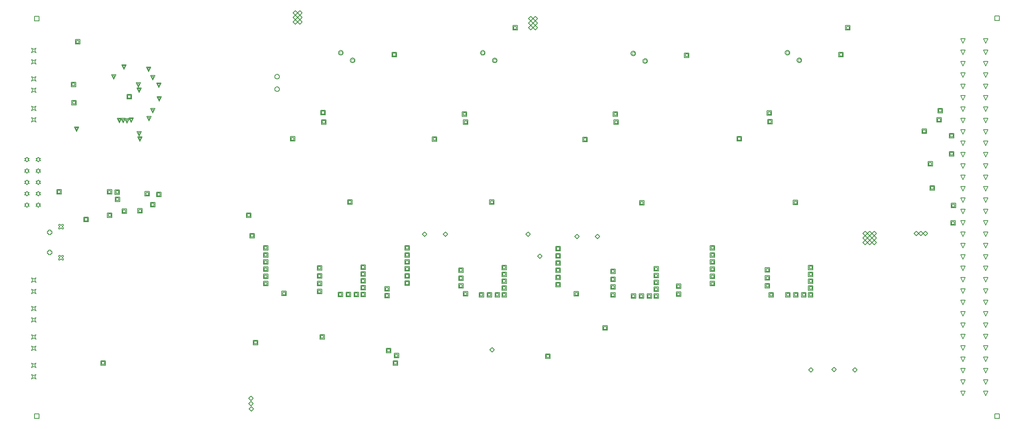
<source format=gbr>
%FSTAX23Y23*%
%MOIN*%
%SFA1B1*%

%IPPOS*%
%ADD83C,0.004000*%
%ADD84C,0.005000*%
%ADD170C,0.006667*%
%LNlv1_drawing_1-1*%
%LPD*%
G54D83*
X07723Y03743D02*
D01*
X07723Y03744*
X07723Y03745*
X07723Y03746*
X07723Y03747*
X07722Y03747*
X07722Y03748*
X07722Y03749*
X07721Y0375*
X07721Y0375*
X0772Y03751*
X0772Y03752*
X07719Y03752*
X07718Y03753*
X07718Y03753*
X07717Y03754*
X07716Y03754*
X07716Y03754*
X07715Y03755*
X07714Y03755*
X07713Y03755*
X07712Y03755*
X07711Y03755*
X07711*
X0771Y03755*
X07709Y03755*
X07708Y03755*
X07707Y03755*
X07707Y03754*
X07706Y03754*
X07705Y03754*
X07704Y03753*
X07704Y03753*
X07703Y03752*
X07702Y03752*
X07702Y03751*
X07701Y0375*
X07701Y0375*
X077Y03749*
X077Y03748*
X077Y03747*
X077Y03747*
X07699Y03746*
X07699Y03745*
X07699Y03744*
X07699Y03743*
X07699Y03742*
X07699Y03742*
X07699Y03741*
X077Y0374*
X077Y03739*
X077Y03738*
X077Y03738*
X07701Y03737*
X07701Y03736*
X07702Y03736*
X07702Y03735*
X07703Y03734*
X07704Y03734*
X07704Y03733*
X07705Y03733*
X07706Y03733*
X07707Y03732*
X07707Y03732*
X07708Y03732*
X07709Y03731*
X0771Y03731*
X07711Y03731*
X07711*
X07712Y03731*
X07713Y03731*
X07714Y03732*
X07715Y03732*
X07716Y03732*
X07716Y03733*
X07717Y03733*
X07718Y03733*
X07718Y03734*
X07719Y03734*
X0772Y03735*
X0772Y03736*
X07721Y03736*
X07721Y03737*
X07722Y03738*
X07722Y03738*
X07722Y03739*
X07723Y0374*
X07723Y03741*
X07723Y03742*
X07723Y03742*
X07723Y03743*
X07619Y0381D02*
D01*
X07619Y03811*
X07619Y03812*
X07619Y03813*
X07619Y03814*
X07618Y03814*
X07618Y03815*
X07618Y03816*
X07617Y03817*
X07617Y03817*
X07616Y03818*
X07616Y03819*
X07615Y03819*
X07614Y0382*
X07614Y0382*
X07613Y03821*
X07612Y03821*
X07612Y03821*
X07611Y03822*
X0761Y03822*
X07609Y03822*
X07608Y03822*
X07607Y03822*
X07607*
X07606Y03822*
X07605Y03822*
X07604Y03822*
X07603Y03822*
X07603Y03821*
X07602Y03821*
X07601Y03821*
X076Y0382*
X076Y0382*
X07599Y03819*
X07598Y03819*
X07598Y03818*
X07597Y03817*
X07597Y03817*
X07596Y03816*
X07596Y03815*
X07596Y03814*
X07596Y03814*
X07595Y03813*
X07595Y03812*
X07595Y03811*
X07595Y0381*
X07595Y03809*
X07595Y03809*
X07595Y03808*
X07596Y03807*
X07596Y03806*
X07596Y03805*
X07596Y03805*
X07597Y03804*
X07597Y03803*
X07598Y03803*
X07598Y03802*
X07599Y03801*
X076Y03801*
X076Y038*
X07601Y038*
X07602Y038*
X07603Y03799*
X07603Y03799*
X07604Y03799*
X07605Y03798*
X07606Y03798*
X07607Y03798*
X07607*
X07608Y03798*
X07609Y03798*
X0761Y03799*
X07611Y03799*
X07612Y03799*
X07612Y038*
X07613Y038*
X07614Y038*
X07614Y03801*
X07615Y03801*
X07616Y03802*
X07616Y03803*
X07617Y03803*
X07617Y03804*
X07618Y03805*
X07618Y03805*
X07618Y03806*
X07619Y03807*
X07619Y03808*
X07619Y03809*
X07619Y03809*
X07619Y0381*
X06367Y03737D02*
D01*
X06367Y03737*
X06367Y03738*
X06367Y03739*
X06367Y0374*
X06366Y03741*
X06366Y03741*
X06366Y03742*
X06365Y03743*
X06365Y03744*
X06364Y03744*
X06364Y03745*
X06363Y03746*
X06363Y03746*
X06362Y03747*
X06361Y03747*
X0636Y03747*
X0636Y03748*
X06359Y03748*
X06358Y03748*
X06357Y03748*
X06356Y03749*
X06356Y03749*
X06355*
X06354Y03749*
X06353Y03748*
X06352Y03748*
X06351Y03748*
X06351Y03748*
X0635Y03747*
X06349Y03747*
X06348Y03747*
X06348Y03746*
X06347Y03746*
X06347Y03745*
X06346Y03744*
X06345Y03744*
X06345Y03743*
X06345Y03742*
X06344Y03741*
X06344Y03741*
X06344Y0374*
X06343Y03739*
X06343Y03738*
X06343Y03737*
X06343Y03737*
X06343Y03736*
X06343Y03735*
X06343Y03734*
X06344Y03733*
X06344Y03732*
X06344Y03732*
X06345Y03731*
X06345Y0373*
X06345Y0373*
X06346Y03729*
X06347Y03728*
X06347Y03728*
X06348Y03727*
X06348Y03727*
X06349Y03726*
X0635Y03726*
X06351Y03725*
X06351Y03725*
X06352Y03725*
X06353Y03725*
X06354Y03725*
X06355Y03725*
X06356*
X06356Y03725*
X06357Y03725*
X06358Y03725*
X06359Y03725*
X0636Y03725*
X0636Y03726*
X06361Y03726*
X06362Y03727*
X06363Y03727*
X06363Y03728*
X06364Y03728*
X06364Y03729*
X06365Y0373*
X06365Y0373*
X06366Y03731*
X06366Y03732*
X06366Y03732*
X06367Y03733*
X06367Y03734*
X06367Y03735*
X06367Y03736*
X06367Y03737*
X06263Y03804D02*
D01*
X06263Y03804*
X06263Y03805*
X06263Y03806*
X06263Y03807*
X06262Y03808*
X06262Y03808*
X06262Y03809*
X06261Y0381*
X06261Y03811*
X0626Y03811*
X0626Y03812*
X06259Y03813*
X06259Y03813*
X06258Y03814*
X06257Y03814*
X06256Y03814*
X06256Y03815*
X06255Y03815*
X06254Y03815*
X06253Y03815*
X06252Y03816*
X06252Y03816*
X06251*
X0625Y03816*
X06249Y03815*
X06248Y03815*
X06247Y03815*
X06247Y03815*
X06246Y03814*
X06245Y03814*
X06244Y03814*
X06244Y03813*
X06243Y03813*
X06243Y03812*
X06242Y03811*
X06241Y03811*
X06241Y0381*
X06241Y03809*
X0624Y03808*
X0624Y03808*
X0624Y03807*
X06239Y03806*
X06239Y03805*
X06239Y03804*
X06239Y03804*
X06239Y03803*
X06239Y03802*
X06239Y03801*
X0624Y038*
X0624Y03799*
X0624Y03799*
X06241Y03798*
X06241Y03797*
X06241Y03797*
X06242Y03796*
X06243Y03795*
X06243Y03795*
X06244Y03794*
X06244Y03794*
X06245Y03793*
X06246Y03793*
X06247Y03792*
X06247Y03792*
X06248Y03792*
X06249Y03792*
X0625Y03792*
X06251Y03792*
X06252*
X06252Y03792*
X06253Y03792*
X06254Y03792*
X06255Y03792*
X06256Y03792*
X06256Y03793*
X06257Y03793*
X06258Y03794*
X06259Y03794*
X06259Y03795*
X0626Y03795*
X0626Y03796*
X06261Y03797*
X06261Y03797*
X06262Y03798*
X06262Y03799*
X06262Y03799*
X06263Y038*
X06263Y03801*
X06263Y03802*
X06263Y03803*
X06263Y03804*
X05044Y03742D02*
D01*
X05044Y03743*
X05044Y03743*
X05044Y03744*
X05044Y03745*
X05044Y03746*
X05043Y03747*
X05043Y03747*
X05042Y03748*
X05042Y03749*
X05042Y03749*
X05041Y0375*
X0504Y03751*
X0504Y03751*
X05039Y03752*
X05038Y03752*
X05038Y03752*
X05037Y03753*
X05036Y03753*
X05035Y03753*
X05034Y03754*
X05034Y03754*
X05033Y03754*
X05032*
X05031Y03754*
X0503Y03754*
X05029Y03753*
X05029Y03753*
X05028Y03753*
X05027Y03752*
X05026Y03752*
X05026Y03752*
X05025Y03751*
X05024Y03751*
X05024Y0375*
X05023Y03749*
X05023Y03749*
X05022Y03748*
X05022Y03747*
X05021Y03747*
X05021Y03746*
X05021Y03745*
X05021Y03744*
X0502Y03743*
X0502Y03743*
X0502Y03742*
X0502Y03741*
X0502Y0374*
X05021Y03739*
X05021Y03738*
X05021Y03738*
X05021Y03737*
X05022Y03736*
X05022Y03735*
X05023Y03735*
X05023Y03734*
X05024Y03733*
X05024Y03733*
X05025Y03732*
X05026Y03732*
X05026Y03731*
X05027Y03731*
X05028Y03731*
X05029Y0373*
X05029Y0373*
X0503Y0373*
X05031Y0373*
X05032Y0373*
X05033*
X05034Y0373*
X05034Y0373*
X05035Y0373*
X05036Y0373*
X05037Y03731*
X05038Y03731*
X05038Y03731*
X05039Y03732*
X0504Y03732*
X0504Y03733*
X05041Y03733*
X05042Y03734*
X05042Y03735*
X05042Y03735*
X05043Y03736*
X05043Y03737*
X05044Y03738*
X05044Y03738*
X05044Y03739*
X05044Y0374*
X05044Y03741*
X05044Y03742*
X0494Y03809D02*
D01*
X0494Y0381*
X0494Y0381*
X0494Y03811*
X0494Y03812*
X0494Y03813*
X04939Y03814*
X04939Y03814*
X04938Y03815*
X04938Y03816*
X04938Y03816*
X04937Y03817*
X04936Y03818*
X04936Y03818*
X04935Y03819*
X04934Y03819*
X04934Y03819*
X04933Y0382*
X04932Y0382*
X04931Y0382*
X0493Y03821*
X0493Y03821*
X04929Y03821*
X04928*
X04927Y03821*
X04926Y03821*
X04925Y0382*
X04925Y0382*
X04924Y0382*
X04923Y03819*
X04922Y03819*
X04922Y03819*
X04921Y03818*
X0492Y03818*
X0492Y03817*
X04919Y03816*
X04919Y03816*
X04918Y03815*
X04918Y03814*
X04917Y03814*
X04917Y03813*
X04917Y03812*
X04917Y03811*
X04916Y0381*
X04916Y0381*
X04916Y03809*
X04916Y03808*
X04916Y03807*
X04917Y03806*
X04917Y03805*
X04917Y03805*
X04917Y03804*
X04918Y03803*
X04918Y03802*
X04919Y03802*
X04919Y03801*
X0492Y038*
X0492Y038*
X04921Y03799*
X04922Y03799*
X04922Y03798*
X04923Y03798*
X04924Y03798*
X04925Y03797*
X04925Y03797*
X04926Y03797*
X04927Y03797*
X04928Y03797*
X04929*
X0493Y03797*
X0493Y03797*
X04931Y03797*
X04932Y03797*
X04933Y03798*
X04934Y03798*
X04934Y03798*
X04935Y03799*
X04936Y03799*
X04936Y038*
X04937Y038*
X04938Y03801*
X04938Y03802*
X04938Y03802*
X04939Y03803*
X04939Y03804*
X0494Y03805*
X0494Y03805*
X0494Y03806*
X0494Y03807*
X0494Y03808*
X0494Y03809*
X03692Y0381D02*
D01*
X03691Y0381*
X03691Y03811*
X03691Y03812*
X03691Y03813*
X03691Y03814*
X0369Y03814*
X0369Y03815*
X0369Y03816*
X03689Y03817*
X03689Y03817*
X03688Y03818*
X03688Y03818*
X03687Y03819*
X03686Y03819*
X03686Y0382*
X03685Y0382*
X03684Y03821*
X03683Y03821*
X03682Y03821*
X03682Y03821*
X03681Y03821*
X0368Y03821*
X03679*
X03678Y03821*
X03677Y03821*
X03677Y03821*
X03676Y03821*
X03675Y03821*
X03674Y0382*
X03674Y0382*
X03673Y03819*
X03672Y03819*
X03671Y03818*
X03671Y03818*
X0367Y03817*
X0367Y03817*
X03669Y03816*
X03669Y03815*
X03669Y03814*
X03668Y03814*
X03668Y03813*
X03668Y03812*
X03668Y03811*
X03668Y0381*
X03668Y0381*
X03668Y03809*
X03668Y03808*
X03668Y03807*
X03668Y03806*
X03668Y03805*
X03669Y03805*
X03669Y03804*
X03669Y03803*
X0367Y03802*
X0367Y03802*
X03671Y03801*
X03671Y03801*
X03672Y038*
X03673Y038*
X03674Y03799*
X03674Y03799*
X03675Y03798*
X03676Y03798*
X03677Y03798*
X03677Y03798*
X03678Y03798*
X03679Y03798*
X0368*
X03681Y03798*
X03682Y03798*
X03682Y03798*
X03683Y03798*
X03684Y03798*
X03685Y03799*
X03686Y03799*
X03686Y038*
X03687Y038*
X03688Y03801*
X03688Y03801*
X03689Y03802*
X03689Y03802*
X0369Y03803*
X0369Y03804*
X0369Y03805*
X03691Y03805*
X03691Y03806*
X03691Y03807*
X03691Y03808*
X03691Y03809*
X03692Y0381*
X03796Y03743D02*
D01*
X03795Y03743*
X03795Y03744*
X03795Y03745*
X03795Y03746*
X03795Y03747*
X03794Y03747*
X03794Y03748*
X03794Y03749*
X03793Y0375*
X03793Y0375*
X03792Y03751*
X03792Y03751*
X03791Y03752*
X0379Y03752*
X0379Y03753*
X03789Y03753*
X03788Y03754*
X03787Y03754*
X03786Y03754*
X03786Y03754*
X03785Y03754*
X03784Y03754*
X03783*
X03782Y03754*
X03781Y03754*
X03781Y03754*
X0378Y03754*
X03779Y03754*
X03778Y03753*
X03778Y03753*
X03777Y03752*
X03776Y03752*
X03775Y03751*
X03775Y03751*
X03774Y0375*
X03774Y0375*
X03773Y03749*
X03773Y03748*
X03773Y03747*
X03772Y03747*
X03772Y03746*
X03772Y03745*
X03772Y03744*
X03772Y03743*
X03772Y03743*
X03772Y03742*
X03772Y03741*
X03772Y0374*
X03772Y03739*
X03772Y03738*
X03773Y03738*
X03773Y03737*
X03773Y03736*
X03774Y03735*
X03774Y03735*
X03775Y03734*
X03775Y03734*
X03776Y03733*
X03777Y03733*
X03778Y03732*
X03778Y03732*
X03779Y03731*
X0378Y03731*
X03781Y03731*
X03781Y03731*
X03782Y03731*
X03783Y03731*
X03784*
X03785Y03731*
X03786Y03731*
X03786Y03731*
X03787Y03731*
X03788Y03731*
X03789Y03732*
X0379Y03732*
X0379Y03733*
X03791Y03733*
X03792Y03734*
X03792Y03734*
X03793Y03735*
X03793Y03735*
X03794Y03736*
X03794Y03737*
X03794Y03738*
X03795Y03738*
X03795Y03739*
X03795Y0374*
X03795Y03741*
X03795Y03742*
X03796Y03743*
G54D84*
X00986Y00592D02*
Y00632D01*
X01026*
Y00592*
X00986*
Y04091D02*
Y04131D01*
X01026*
Y04091*
X00986*
X0943Y00592D02*
Y00632D01*
X09469*
Y00592*
X0943*
Y04092D02*
Y04132D01*
X09469*
Y04092*
X0943*
X0915Y00792D02*
X09129Y00832D01*
X0917*
X0915Y00792*
Y00892D02*
X09129Y00932D01*
X0917*
X0915Y00892*
Y00992D02*
X09129Y01032D01*
X0917*
X0915Y00992*
Y01092D02*
X09129Y01132D01*
X0917*
X0915Y01092*
Y01192D02*
X09129Y01232D01*
X0917*
X0915Y01192*
Y01292D02*
X09129Y01332D01*
X0917*
X0915Y01292*
Y01392D02*
X09129Y01432D01*
X0917*
X0915Y01392*
Y01492D02*
X09129Y01532D01*
X0917*
X0915Y01492*
Y01592D02*
X09129Y01632D01*
X0917*
X0915Y01592*
Y01692D02*
X09129Y01732D01*
X0917*
X0915Y01692*
Y01792D02*
X09129Y01832D01*
X0917*
X0915Y01792*
Y01892D02*
X09129Y01932D01*
X0917*
X0915Y01892*
Y01992D02*
X09129Y02032D01*
X0917*
X0915Y01992*
Y02092D02*
X09129Y02132D01*
X0917*
X0915Y02092*
Y02192D02*
X09129Y02232D01*
X0917*
X0915Y02192*
Y02292D02*
X09129Y02332D01*
X0917*
X0915Y02292*
Y02392D02*
X09129Y02432D01*
X0917*
X0915Y02392*
Y02492D02*
X09129Y02532D01*
X0917*
X0915Y02492*
Y02592D02*
X09129Y02632D01*
X0917*
X0915Y02592*
Y02692D02*
X09129Y02732D01*
X0917*
X0915Y02692*
Y02792D02*
X09129Y02832D01*
X0917*
X0915Y02792*
Y02892D02*
X09129Y02932D01*
X0917*
X0915Y02892*
Y02992D02*
X09129Y03032D01*
X0917*
X0915Y02992*
Y03092D02*
X09129Y03132D01*
X0917*
X0915Y03092*
Y03192D02*
X09129Y03232D01*
X0917*
X0915Y03192*
Y03292D02*
X09129Y03332D01*
X0917*
X0915Y03292*
Y03392D02*
X09129Y03432D01*
X0917*
X0915Y03392*
Y03492D02*
X09129Y03532D01*
X0917*
X0915Y03492*
Y03592D02*
X09129Y03632D01*
X0917*
X0915Y03592*
Y03692D02*
X09129Y03732D01*
X0917*
X0915Y03692*
Y03792D02*
X09129Y03832D01*
X0917*
X0915Y03792*
Y03892D02*
X09129Y03932D01*
X0917*
X0915Y03892*
X0935Y00792D02*
X09329Y00832D01*
X0937*
X0935Y00792*
Y00892D02*
X09329Y00932D01*
X0937*
X0935Y00892*
Y00992D02*
X09329Y01032D01*
X0937*
X0935Y00992*
Y01092D02*
X09329Y01132D01*
X0937*
X0935Y01092*
Y01192D02*
X09329Y01232D01*
X0937*
X0935Y01192*
Y01292D02*
X09329Y01332D01*
X0937*
X0935Y01292*
Y01392D02*
X09329Y01432D01*
X0937*
X0935Y01392*
Y01492D02*
X09329Y01532D01*
X0937*
X0935Y01492*
Y01592D02*
X09329Y01632D01*
X0937*
X0935Y01592*
Y01692D02*
X09329Y01732D01*
X0937*
X0935Y01692*
Y01792D02*
X09329Y01832D01*
X0937*
X0935Y01792*
Y01892D02*
X09329Y01932D01*
X0937*
X0935Y01892*
Y01992D02*
X09329Y02032D01*
X0937*
X0935Y01992*
Y02092D02*
X09329Y02132D01*
X0937*
X0935Y02092*
Y02192D02*
X09329Y02232D01*
X0937*
X0935Y02192*
Y02292D02*
X09329Y02332D01*
X0937*
X0935Y02292*
Y02392D02*
X09329Y02432D01*
X0937*
X0935Y02392*
Y02492D02*
X09329Y02532D01*
X0937*
X0935Y02492*
Y02592D02*
X09329Y02632D01*
X0937*
X0935Y02592*
Y02692D02*
X09329Y02732D01*
X0937*
X0935Y02692*
Y02792D02*
X09329Y02832D01*
X0937*
X0935Y02792*
Y02892D02*
X09329Y02932D01*
X0937*
X0935Y02892*
Y02992D02*
X09329Y03032D01*
X0937*
X0935Y02992*
Y03092D02*
X09329Y03132D01*
X0937*
X0935Y03092*
Y03192D02*
X09329Y03232D01*
X0937*
X0935Y03192*
Y03292D02*
X09329Y03332D01*
X0937*
X0935Y03292*
Y03392D02*
X09329Y03432D01*
X0937*
X0935Y03392*
Y03492D02*
X09329Y03532D01*
X0937*
X0935Y03492*
Y03592D02*
X09329Y03632D01*
X0937*
X0935Y03592*
Y03692D02*
X09329Y03732D01*
X0937*
X0935Y03692*
Y03792D02*
X09329Y03832D01*
X0937*
X0935Y03792*
Y03892D02*
X09329Y03932D01*
X0937*
X0935Y03892*
X0102Y0245D02*
X0103Y0246D01*
X0104*
X0103Y0247*
X0104Y0248*
X0103*
X0102Y0249*
X0101Y0248*
X01*
X0101Y0247*
X01Y0246*
X0101*
X0102Y0245*
X0092D02*
X0093Y0246D01*
X0094*
X0093Y0247*
X0094Y0248*
X0093*
X0092Y0249*
X0091Y0248*
X009*
X0091Y0247*
X009Y0246*
X0091*
X0092Y0245*
X0102Y0255D02*
X0103Y0256D01*
X0104*
X0103Y0257*
X0104Y0258*
X0103*
X0102Y0259*
X0101Y0258*
X01*
X0101Y0257*
X01Y0256*
X0101*
X0102Y0255*
X0092D02*
X0093Y0256D01*
X0094*
X0093Y0257*
X0094Y0258*
X0093*
X0092Y0259*
X0091Y0258*
X009*
X0091Y0257*
X009Y0256*
X0091*
X0092Y0255*
X0102Y0265D02*
X0103Y0266D01*
X0104*
X0103Y0267*
X0104Y0268*
X0103*
X0102Y0269*
X0101Y0268*
X01*
X0101Y0267*
X01Y0266*
X0101*
X0102Y0265*
X0092D02*
X0093Y0266D01*
X0094*
X0093Y0267*
X0094Y0268*
X0093*
X0092Y0269*
X0091Y0268*
X009*
X0091Y0267*
X009Y0266*
X0091*
X0092Y0265*
Y0275D02*
X0093Y0276D01*
X0094*
X0093Y0277*
X0094Y0278*
X0093*
X0092Y0279*
X0091Y0278*
X009*
X0091Y0277*
X009Y0276*
X0091*
X0092Y0275*
X0102D02*
X0103Y0276D01*
X0104*
X0103Y0277*
X0104Y0278*
X0103*
X0102Y0279*
X0101Y0278*
X01*
X0101Y0277*
X01Y0276*
X0101*
X0102Y0275*
Y0285D02*
X0103Y0286D01*
X0104*
X0103Y0287*
X0104Y0288*
X0103*
X0102Y0289*
X0101Y0288*
X01*
X0101Y0287*
X01Y0286*
X0101*
X0102Y0285*
X0092D02*
X0093Y0286D01*
X0094*
X0093Y0287*
X0094Y0288*
X0093*
X0092Y0289*
X0091Y0288*
X009*
X0091Y0287*
X009Y0286*
X0091*
X0092Y0285*
X00961Y0094D02*
X00971Y0096D01*
X00961Y0098*
X00981Y0097*
X01001Y0098*
X00991Y0096*
X01001Y0094*
X00981Y0095*
X00961Y0094*
Y0104D02*
X00971Y0106D01*
X00961Y0108*
X00981Y0107*
X01001Y0108*
X00991Y0106*
X01001Y0104*
X00981Y0105*
X00961Y0104*
Y0119D02*
X00971Y0121D01*
X00961Y0123*
X00981Y0122*
X01001Y0123*
X00991Y0121*
X01001Y0119*
X00981Y012*
X00961Y0119*
Y0129D02*
X00971Y0131D01*
X00961Y0133*
X00981Y0132*
X01001Y0133*
X00991Y0131*
X01001Y0129*
X00981Y013*
X00961Y0129*
Y0144D02*
X00971Y0146D01*
X00961Y0148*
X00981Y0147*
X01001Y0148*
X00991Y0146*
X01001Y0144*
X00981Y0145*
X00961Y0144*
Y0154D02*
X00971Y0156D01*
X00961Y0158*
X00981Y0157*
X01001Y0158*
X00991Y0156*
X01001Y0154*
X00981Y0155*
X00961Y0154*
Y0169D02*
X00971Y0171D01*
X00961Y0173*
X00981Y0172*
X01001Y0173*
X00991Y0171*
X01001Y0169*
X00981Y017*
X00961Y0169*
Y0179D02*
X00971Y0181D01*
X00961Y0183*
X00981Y0182*
X01001Y0183*
X00991Y0181*
X01001Y0179*
X00981Y018*
X00961Y0179*
Y0346D02*
X00971Y0348D01*
X00961Y035*
X00981Y0349*
X01001Y035*
X00991Y0348*
X01001Y0346*
X00981Y0347*
X00961Y0346*
Y0356D02*
X00971Y0358D01*
X00961Y036*
X00981Y0359*
X01001Y036*
X00991Y0358*
X01001Y0356*
X00981Y0357*
X00961Y0356*
Y032D02*
X00971Y0322D01*
X00961Y0324*
X00981Y0323*
X01001Y0324*
X00991Y0322*
X01001Y032*
X00981Y0321*
X00961Y032*
Y033D02*
X00971Y0332D01*
X00961Y0334*
X00981Y0333*
X01001Y0334*
X00991Y0332*
X01001Y033*
X00981Y0331*
X00961Y033*
Y0381D02*
X00971Y0383D01*
X00961Y0385*
X00981Y0384*
X01001Y0385*
X00991Y0383*
X01001Y0381*
X00981Y0382*
X00961Y0381*
Y0371D02*
X00971Y0373D01*
X00961Y0375*
X00981Y0374*
X01001Y0375*
X00991Y0373*
X01001Y0371*
X00981Y0372*
X00961Y0371*
X0111Y02221D02*
Y02211D01*
X0113*
Y02221*
X0114*
Y02241*
X0113*
Y02251*
X0111*
Y02241*
X011*
Y02221*
X0111*
Y02044D02*
Y02034D01*
X0113*
Y02044*
X0114*
Y02064*
X0113*
Y02074*
X0111*
Y02064*
X011*
Y02044*
X0111*
X01199Y01985D02*
X01209D01*
X01219Y01995*
X01229Y01985*
X01239*
Y01995*
X01229Y02005*
X01239Y02015*
Y02025*
X01229*
X01219Y02015*
X01209Y02025*
X01199*
Y02015*
X01209Y02005*
X01199Y01995*
Y01985*
Y02261D02*
X01209D01*
X01219Y02271*
X01229Y02261*
X01239*
Y02271*
X01229Y02281*
X01239Y02291*
Y02301*
X01229*
X01219Y02291*
X01209Y02301*
X01199*
Y02291*
X01209Y02281*
X01199Y02271*
Y02261*
X02872Y00677D02*
X02892Y00697D01*
X02912Y00677*
X02892Y00657*
X02872Y00677*
X02871Y00724D02*
X02891Y00744D01*
X02911Y00724*
X02891Y00704*
X02871Y00724*
X02871Y00771D02*
X02891Y00791D01*
X02911Y00771*
X02891Y00751*
X02871Y00771*
X07792Y01019D02*
X07812Y01039D01*
X07832Y01019*
X07812Y00999*
X07792Y01019*
X07995Y01023D02*
X08015Y01043D01*
X08035Y01023*
X08015Y01003*
X07995Y01023*
X08179Y01021D02*
X08199Y01041D01*
X08219Y01021*
X08199Y01001*
X08179Y01021*
X05036Y0166D02*
Y017D01*
X05076*
Y0166*
X05036*
X05044Y01668D02*
Y01692D01*
X05068*
Y01668*
X05044*
X05096Y0184D02*
Y0188D01*
X05136*
Y0184*
X05096*
X05104Y01848D02*
Y01872D01*
X05128*
Y01848*
X05104*
X05096Y019D02*
Y0194D01*
X05136*
Y019*
X05096*
X05104Y01908D02*
Y01932D01*
X05128*
Y01908*
X05104*
X04716Y01877D02*
Y01917D01*
X04756*
Y01877*
X04716*
X04724Y01885D02*
Y01909D01*
X04748*
Y01885*
X04724*
X04755Y01668D02*
Y01708D01*
X04795*
Y01668*
X04755*
X04763Y01676D02*
Y017D01*
X04787*
Y01676*
X04763*
X04896Y0166D02*
Y017D01*
X04936*
Y0166*
X04896*
X04904Y01668D02*
Y01692D01*
X04928*
Y01668*
X04904*
X04966Y0166D02*
Y017D01*
X05006*
Y0166*
X04966*
X04974Y01668D02*
Y01692D01*
X04998*
Y01668*
X04974*
X05096Y0178D02*
Y0182D01*
X05136*
Y0178*
X05096*
X05104Y01788D02*
Y01812D01*
X05128*
Y01788*
X05104*
X05096Y0172D02*
Y0176D01*
X05136*
Y0172*
X05096*
X05104Y01728D02*
Y01752D01*
X05128*
Y01728*
X05104*
X05096Y0166D02*
Y017D01*
X05136*
Y0166*
X05096*
X05104Y01668D02*
Y01692D01*
X05128*
Y01668*
X05104*
X08057Y03773D02*
Y03813D01*
X08097*
Y03773*
X08057*
X08065Y03781D02*
Y03805D01*
X08089*
Y03781*
X08065*
X07163Y03033D02*
Y03073D01*
X07203*
Y03033*
X07163*
X07171Y03041D02*
Y03065D01*
X07195*
Y03041*
X07171*
X06701Y03767D02*
Y03807D01*
X06741*
Y03767*
X06701*
X06709Y03775D02*
Y03799D01*
X06733*
Y03775*
X06709*
X05807Y03026D02*
Y03066D01*
X05847*
Y03026*
X05807*
X05815Y03034D02*
Y03058D01*
X05839*
Y03034*
X05815*
X04484Y03031D02*
Y03071D01*
X04524*
Y03031*
X04484*
X04492Y03039D02*
Y03063D01*
X04516*
Y03039*
X04492*
X01695Y025D02*
Y0254D01*
X01735*
Y025*
X01695*
X01703Y02508D02*
Y02532D01*
X01727*
Y02508*
X01703*
X02006Y02453D02*
Y02493D01*
X02046*
Y02453*
X02006*
X02014Y02461D02*
Y02485D01*
X02038*
Y02461*
X02014*
X01894Y02398D02*
Y02438D01*
X01934*
Y02398*
X01894*
X01902Y02406D02*
Y0243D01*
X01926*
Y02406*
X01902*
X01755Y02395D02*
Y02435D01*
X01795*
Y02395*
X01755*
X01763Y02403D02*
Y02427D01*
X01787*
Y02403*
X01763*
X01628Y02361D02*
Y02401D01*
X01668*
Y02361*
X01628*
X01636Y02369D02*
Y02393D01*
X0166*
Y02369*
X01636*
X01626Y02565D02*
Y02605D01*
X01666*
Y02565*
X01626*
X01634Y02573D02*
Y02597D01*
X01658*
Y02573*
X01634*
X01358Y03117D02*
X01338Y03157D01*
X01378*
X01358Y03117*
Y03125D02*
X01346Y03149D01*
X0137*
X01358Y03125*
X018Y03403D02*
Y03443D01*
X0184*
Y03403*
X018*
X01808Y03411D02*
Y03435D01*
X01832*
Y03411*
X01808*
X02082Y03384D02*
X02062Y03424D01*
X02102*
X02082Y03384*
Y03392D02*
X0207Y03416D01*
X02094*
X02082Y03392*
X0208Y03504D02*
X0206Y03544D01*
X021*
X0208Y03504*
Y03512D02*
X02068Y03536D01*
X02092*
X0208Y03512*
X02025Y03568D02*
X02005Y03608D01*
X02045*
X02025Y03568*
Y03576D02*
X02013Y036D01*
X02037*
X02025Y03576*
X01682Y03575D02*
X01662Y03615D01*
X01702*
X01682Y03575*
Y03583D02*
X0167Y03607D01*
X01694*
X01682Y03583*
X01773Y03664D02*
X01753Y03704D01*
X01793*
X01773Y03664*
Y03672D02*
X01761Y03696D01*
X01785*
X01773Y03672*
X01991Y03644D02*
X01971Y03684D01*
X02011*
X01991Y03644*
Y03652D02*
X01979Y03676D01*
X02003*
X01991Y03652*
X02026Y03279D02*
X02006Y03319D01*
X02046*
X02026Y03279*
Y03287D02*
X02014Y03311D01*
X02038*
X02026Y03287*
X01992Y03209D02*
X01972Y03249D01*
X02012*
X01992Y03209*
Y03217D02*
X0198Y03241D01*
X02004*
X01992Y03217*
X01914Y03031D02*
X01894Y03071D01*
X01934*
X01914Y03031*
Y03039D02*
X01902Y03063D01*
X01926*
X01914Y03039*
X01907Y03075D02*
X01887Y03115D01*
X01927*
X01907Y03075*
Y03083D02*
X01895Y03107D01*
X01919*
X01907Y03083*
X02059Y02543D02*
Y02583D01*
X02099*
Y02543*
X02059*
X02067Y02551D02*
Y02575D01*
X02091*
Y02551*
X02067*
X01182Y02566D02*
Y02606D01*
X01222*
Y02566*
X01182*
X0119Y02574D02*
Y02598D01*
X01214*
Y02574*
X0119*
X01694Y02564D02*
Y02604D01*
X01734*
Y02564*
X01694*
X01702Y02572D02*
Y02596D01*
X01726*
Y02572*
X01702*
X01346Y03885D02*
Y03925D01*
X01386*
Y03885*
X01346*
X01354Y03893D02*
Y03917D01*
X01378*
Y03893*
X01354*
X01801Y03189D02*
X01781Y03229D01*
X01821*
X01801Y03189*
Y03197D02*
X01789Y03221D01*
X01813*
X01801Y03197*
X01768Y03192D02*
X01748Y03232D01*
X01788*
X01768Y03192*
Y032D02*
X01756Y03224D01*
X0178*
X01768Y032*
X01734Y03194D02*
X01714Y03234D01*
X01754*
X01734Y03194*
Y03202D02*
X01722Y03226D01*
X01746*
X01734Y03202*
X01837Y03196D02*
X01817Y03236D01*
X01857*
X01837Y03196*
Y03204D02*
X01825Y03228D01*
X01849*
X01837Y03204*
X01899Y03505D02*
X01879Y03545D01*
X01919*
X01899Y03505*
Y03513D02*
X01887Y03537D01*
X01911*
X01899Y03513*
X01906Y03461D02*
X01886Y03501D01*
X01926*
X01906Y03461*
Y03469D02*
X01894Y03493D01*
X01918*
X01906Y03469*
X0142Y02323D02*
Y02363D01*
X0146*
Y02323*
X0142*
X01428Y02331D02*
Y02355D01*
X01452*
Y02331*
X01428*
X01958Y02548D02*
Y02588D01*
X01998*
Y02548*
X01958*
X01966Y02556D02*
Y0258D01*
X0199*
Y02556*
X01966*
X0351Y0318D02*
Y0322D01*
X0355*
Y0318*
X0351*
X03518Y03188D02*
Y03212D01*
X03542*
Y03188*
X03518*
X0285Y0236D02*
Y024D01*
X0289*
Y0236*
X0285*
X02858Y02368D02*
Y02392D01*
X02882*
Y02368*
X02858*
X0288Y0218D02*
Y0222D01*
X0292*
Y0218*
X0288*
X02888Y02188D02*
Y02212D01*
X02912*
Y02188*
X02888*
X03235Y03032D02*
Y03072D01*
X03275*
Y03032*
X03235*
X03243Y0304D02*
Y03064D01*
X03267*
Y0304*
X03243*
X0413Y03773D02*
Y03813D01*
X0417*
Y03773*
X0413*
X04138Y03781D02*
Y03805D01*
X04162*
Y03781*
X04138*
X0408Y0117D02*
Y0121D01*
X0412*
Y0117*
X0408*
X04088Y01178D02*
Y01202D01*
X04112*
Y01178*
X04088*
X0291Y0124D02*
Y0128D01*
X0295*
Y0124*
X0291*
X02918Y01248D02*
Y01272D01*
X02942*
Y01248*
X02918*
X0548Y0112D02*
Y0116D01*
X05519*
Y0112*
X0548*
X05488Y01128D02*
Y01152D01*
X05512*
Y01128*
X05488*
X0414Y0106D02*
Y011D01*
X0418*
Y0106*
X0414*
X04148Y01068D02*
Y01092D01*
X04172*
Y01068*
X04148*
X0157Y0106D02*
Y011D01*
X0161*
Y0106*
X0157*
X01578Y01068D02*
Y01092D01*
X01602*
Y01068*
X01578*
X0827Y0222D02*
X08289Y0224D01*
X0831Y0222*
X08289Y022*
X0827Y0222*
Y0218D02*
X08289Y022D01*
X0831Y0218*
X08289Y0216*
X0827Y0218*
X08269Y02139D02*
X08289Y02159D01*
X08309Y02139*
X08289Y02119*
X08269Y02139*
X0831Y0222D02*
X0833Y0224D01*
X0835Y0222*
X0833Y022*
X0831Y0222*
Y0218D02*
X0833Y022D01*
X0835Y0218*
X0833Y0216*
X0831Y0218*
X0831Y02139D02*
X0833Y02159D01*
X0835Y02139*
X0833Y02119*
X0831Y02139*
X0835D02*
X0837Y02159D01*
X0839Y02139*
X0837Y02119*
X0835Y02139*
X0835Y0218D02*
X0837Y022D01*
X0839Y0218*
X0837Y0216*
X0835Y0218*
Y0222D02*
X0837Y0224D01*
X0839Y0222*
X0837Y022*
X0835Y0222*
X09042Y02292D02*
Y02332D01*
X09082*
Y02292*
X09042*
X0905Y023D02*
Y02324D01*
X09074*
Y023*
X0905*
X09045Y02445D02*
Y02485D01*
X09085*
Y02445*
X09045*
X09053Y02453D02*
Y02477D01*
X09077*
Y02453*
X09053*
X0903Y029D02*
Y0294D01*
X0907*
Y029*
X0903*
X09038Y02908D02*
Y02932D01*
X09062*
Y02908*
X09038*
X0903Y0306D02*
Y031D01*
X0907*
Y0306*
X0903*
X09038Y03068D02*
Y03092D01*
X09062*
Y03068*
X09038*
X088Y0222D02*
X0882Y0224D01*
X0884Y0222*
X0882Y022*
X088Y0222*
X0876D02*
X08779Y0224D01*
X088Y0222*
X08779Y022*
X0876Y0222*
X0872D02*
X0874Y0224D01*
X0876Y0222*
X0874Y022*
X0872Y0222*
X0886Y026D02*
Y0264D01*
X089*
Y026*
X0886*
X08867Y02608D02*
Y02632D01*
X08892*
Y02608*
X08867*
X0892Y03199D02*
Y03239D01*
X0896*
Y03199*
X0892*
X08928Y03207D02*
Y03231D01*
X08952*
Y03207*
X08928*
X0879Y03099D02*
Y03139D01*
X0883*
Y03099*
X0879*
X08798Y03107D02*
Y03131D01*
X08822*
Y03107*
X08798*
X0893Y0328D02*
Y0332D01*
X0897*
Y0328*
X0893*
X08938Y03288D02*
Y03312D01*
X08962*
Y03288*
X08938*
X01314Y0335D02*
Y0339D01*
X01354*
Y0335*
X01314*
X01322Y03358D02*
Y03382D01*
X01346*
Y03358*
X01322*
X01309Y0351D02*
Y0355D01*
X01349*
Y0351*
X01309*
X01317Y03518D02*
Y03542D01*
X01341*
Y03518*
X01317*
X05192Y04009D02*
Y04049D01*
X05232*
Y04009*
X05192*
X052Y04017D02*
Y04041D01*
X05224*
Y04017*
X052*
X08117Y04009D02*
Y04049D01*
X08157*
Y04009*
X08117*
X08125Y04017D02*
Y04041D01*
X08149*
Y04017*
X08125*
X0533Y0403D02*
X0535Y0405D01*
X05369Y0403*
X0535Y0401*
X0533Y0403*
Y0411D02*
X0535Y0413D01*
X05369Y0411*
X0535Y0409*
X0533Y0411*
Y0407D02*
X0535Y0409D01*
X05369Y0407*
X0535Y0405*
X0533Y0407*
X05369Y0411D02*
X0539Y0413D01*
X0541Y0411*
X0539Y0409*
X05369Y0411*
Y0407D02*
X0539Y0409D01*
X0541Y0407*
X0539Y0405*
X05369Y0407*
Y0403D02*
X0539Y0405D01*
X0541Y0403*
X0539Y0401*
X05369Y0403*
X033Y0416D02*
X0332Y0418D01*
X0334Y0416*
X0332Y0414*
X033Y0416*
Y0412D02*
X0332Y0414D01*
X0334Y0412*
X0332Y041*
X033Y0412*
Y0408D02*
X0332Y041D01*
X0334Y0408*
X0332Y0406*
X033Y0408*
X0326D02*
X0328Y041D01*
X033Y0408*
X0328Y0406*
X0326Y0408*
Y0412D02*
X0328Y0414D01*
X033Y0412*
X0328Y041*
X0326Y0412*
Y0416D02*
X0328Y0418D01*
X033Y0416*
X0328Y0414*
X0326Y0416*
X05305Y02214D02*
X05325Y02234D01*
X05345Y02214*
X05325Y02194*
X05305Y02214*
X04991Y01195D02*
X05011Y01215D01*
X05031Y01195*
X05011Y01175*
X04991Y01195*
X05915Y02192D02*
X05935Y02212D01*
X05955Y02192*
X05935Y02172*
X05915Y02192*
X05736Y02194D02*
X05756Y02214D01*
X05776Y02194*
X05756Y02174*
X05736Y02194*
X05409Y02021D02*
X05429Y02041D01*
X05449Y02021*
X05429Y02001*
X05409Y02021*
X0458Y02212D02*
X046Y02232D01*
X0462Y02212*
X046Y02192*
X0458Y02212*
X04398Y02214D02*
X04418Y02234D01*
X04438Y02214*
X04418Y02194*
X04398Y02214*
X04716Y01739D02*
Y01779D01*
X04756*
Y01739*
X04716*
X04724Y01747D02*
Y01771D01*
X04748*
Y01747*
X04724*
X04716Y01806D02*
Y01846D01*
X04756*
Y01806*
X04716*
X04724Y01814D02*
Y01838D01*
X04748*
Y01814*
X04724*
X03739Y02476D02*
Y02516D01*
X03779*
Y02476*
X03739*
X03747Y02484D02*
Y02508D01*
X03771*
Y02484*
X03747*
X04149Y01125D02*
Y01165D01*
X04189*
Y01125*
X04149*
X04157Y01133D02*
Y01157D01*
X04181*
Y01133*
X04157*
X03495Y0129D02*
Y0133D01*
X03535*
Y0129*
X03495*
X03503Y01298D02*
Y01322D01*
X03527*
Y01298*
X03503*
X04066Y01712D02*
Y01752D01*
X04106*
Y01712*
X04066*
X04074Y0172D02*
Y01744D01*
X04098*
Y0172*
X04074*
X04066Y01653D02*
Y01693D01*
X04106*
Y01653*
X04066*
X04074Y01661D02*
Y01685D01*
X04098*
Y01661*
X04074*
X03161Y01672D02*
Y01712D01*
X03201*
Y01672*
X03161*
X03169Y0168D02*
Y01704D01*
X03193*
Y0168*
X03169*
X03855Y01663D02*
Y01703D01*
X03895*
Y01663*
X03855*
X03863Y01671D02*
Y01695D01*
X03887*
Y01671*
X03863*
X03855Y01723D02*
Y01763D01*
X03895*
Y01723*
X03855*
X03863Y01731D02*
Y01755D01*
X03887*
Y01731*
X03863*
X03855Y01783D02*
Y01823D01*
X03895*
Y01783*
X03855*
X03863Y01791D02*
Y01815D01*
X03887*
Y01791*
X03863*
X03725Y01663D02*
Y01703D01*
X03765*
Y01663*
X03725*
X03733Y01671D02*
Y01695D01*
X03757*
Y01671*
X03733*
X03655Y01663D02*
Y01703D01*
X03695*
Y01663*
X03655*
X03663Y01671D02*
Y01695D01*
X03687*
Y01671*
X03663*
X03855Y01903D02*
Y01943D01*
X03895*
Y01903*
X03855*
X03863Y01911D02*
Y01935D01*
X03887*
Y01911*
X03863*
X03855Y01843D02*
Y01883D01*
X03895*
Y01843*
X03855*
X03863Y01851D02*
Y01875D01*
X03887*
Y01851*
X03863*
X03795Y01663D02*
Y01703D01*
X03835*
Y01663*
X03795*
X03803Y01671D02*
Y01695D01*
X03827*
Y01671*
X03803*
X03472Y01826D02*
Y01866D01*
X03512*
Y01826*
X03472*
X0348Y01834D02*
Y01858D01*
X03504*
Y01834*
X0348*
X03472Y01759D02*
Y01799D01*
X03512*
Y01759*
X03472*
X0348Y01767D02*
Y01791D01*
X03504*
Y01767*
X0348*
X03472Y01688D02*
Y01728D01*
X03512*
Y01688*
X03472*
X0348Y01696D02*
Y0172D01*
X03504*
Y01696*
X0348*
X03472Y01897D02*
Y01937D01*
X03512*
Y01897*
X03472*
X0348Y01905D02*
Y01929D01*
X03504*
Y01905*
X0348*
X04988Y02475D02*
Y02515D01*
X05028*
Y02475*
X04988*
X04996Y02483D02*
Y02507D01*
X0502*
Y02483*
X04996*
X04758Y03179D02*
Y03219D01*
X04798*
Y03179*
X04758*
X04766Y03187D02*
Y03211D01*
X0479*
Y03187*
X04766*
X06081Y03179D02*
Y03219D01*
X06121*
Y03179*
X06081*
X06089Y03187D02*
Y03211D01*
X06113*
Y03187*
X06089*
X07432Y03183D02*
Y03223D01*
X07472*
Y03183*
X07432*
X0744Y03191D02*
Y03215D01*
X07464*
Y03191*
X0744*
X04243Y02074D02*
Y02114D01*
X04283*
Y02074*
X04243*
X04251Y02082D02*
Y02106D01*
X04275*
Y02082*
X04251*
X04243Y02011D02*
Y02051D01*
X04283*
Y02011*
X04243*
X04251Y02019D02*
Y02043D01*
X04275*
Y02019*
X04251*
X04243Y01948D02*
Y01988D01*
X04283*
Y01948*
X04243*
X04251Y01956D02*
Y0198D01*
X04275*
Y01956*
X04251*
X04243Y01889D02*
Y01929D01*
X04283*
Y01889*
X04243*
X04251Y01897D02*
Y01921D01*
X04275*
Y01897*
X04251*
X04243Y01826D02*
Y01866D01*
X04283*
Y01826*
X04243*
X04251Y01834D02*
Y01858D01*
X04275*
Y01834*
X04251*
X04243Y01763D02*
Y01803D01*
X04283*
Y01763*
X04243*
X04251Y01771D02*
Y01795D01*
X04275*
Y01771*
X04251*
X02999Y02074D02*
Y02114D01*
X03039*
Y02074*
X02999*
X03007Y02082D02*
Y02106D01*
X03031*
Y02082*
X03007*
X02999Y02011D02*
Y02051D01*
X03039*
Y02011*
X02999*
X03007Y02019D02*
Y02043D01*
X03031*
Y02019*
X03007*
X02999Y01948D02*
Y01988D01*
X03039*
Y01948*
X02999*
X03007Y01956D02*
Y0198D01*
X03031*
Y01956*
X03007*
X02999Y01885D02*
Y01925D01*
X03039*
Y01885*
X02999*
X03007Y01893D02*
Y01917D01*
X03031*
Y01893*
X03007*
X02999Y01822D02*
Y01862D01*
X03039*
Y01822*
X02999*
X03007Y0183D02*
Y01854D01*
X03031*
Y0183*
X03007*
X02999Y01759D02*
Y01799D01*
X03039*
Y01759*
X02999*
X03007Y01767D02*
Y01791D01*
X03031*
Y01767*
X03007*
X0557Y01751D02*
Y01791D01*
X0561*
Y01751*
X0557*
X05578Y01759D02*
Y01783D01*
X05602*
Y01759*
X05578*
X0557Y01814D02*
Y01854D01*
X0561*
Y01814*
X0557*
X05578Y01822D02*
Y01846D01*
X05602*
Y01822*
X05578*
X0557Y01877D02*
Y01917D01*
X0561*
Y01877*
X0557*
X05578Y01885D02*
Y01909D01*
X05602*
Y01885*
X05578*
X0557Y0194D02*
Y0198D01*
X0561*
Y0194*
X0557*
X05578Y01948D02*
Y01972D01*
X05602*
Y01948*
X05578*
X0557Y02003D02*
Y02043D01*
X0561*
Y02003*
X0557*
X05578Y02011D02*
Y02035D01*
X05602*
Y02011*
X05578*
X0557Y02066D02*
Y02106D01*
X0561*
Y02066*
X0557*
X05578Y02074D02*
Y02098D01*
X05602*
Y02074*
X05578*
X06928Y02074D02*
Y02114D01*
X06968*
Y02074*
X06928*
X06936Y02082D02*
Y02106D01*
X0696*
Y02082*
X06936*
X06928Y02011D02*
Y02051D01*
X06968*
Y02011*
X06928*
X06936Y02019D02*
Y02043D01*
X0696*
Y02019*
X06936*
X06928Y01948D02*
Y01988D01*
X06968*
Y01948*
X06928*
X06936Y01956D02*
Y0198D01*
X0696*
Y01956*
X06936*
X06928Y01885D02*
Y01925D01*
X06968*
Y01885*
X06928*
X06936Y01893D02*
Y01917D01*
X0696*
Y01893*
X06936*
X06928Y01822D02*
Y01862D01*
X06968*
Y01822*
X06928*
X06936Y0183D02*
Y01854D01*
X0696*
Y0183*
X06936*
X06928Y01759D02*
Y01799D01*
X06968*
Y01759*
X06928*
X06936Y01767D02*
Y01791D01*
X0696*
Y01767*
X06936*
X06306Y02468D02*
Y02508D01*
X06346*
Y02468*
X06306*
X06314Y02476D02*
Y025D01*
X06338*
Y02476*
X06314*
X07657Y02472D02*
Y02512D01*
X07697*
Y02472*
X07657*
X07665Y0248D02*
Y02504D01*
X07689*
Y0248*
X07665*
X06052Y01796D02*
Y01836D01*
X06092*
Y01796*
X06052*
X0606Y01804D02*
Y01828D01*
X06084*
Y01804*
X0606*
X06052Y01729D02*
Y01769D01*
X06092*
Y01729*
X06052*
X0606Y01737D02*
Y01761D01*
X06084*
Y01737*
X0606*
X06432Y01649D02*
Y01689D01*
X06472*
Y01649*
X06432*
X0644Y01657D02*
Y01681D01*
X06464*
Y01657*
X0644*
X06432Y01709D02*
Y01749D01*
X06472*
Y01709*
X06432*
X0644Y01717D02*
Y01741D01*
X06464*
Y01717*
X0644*
X06432Y01769D02*
Y01809D01*
X06472*
Y01769*
X06432*
X0644Y01777D02*
Y01801D01*
X06464*
Y01777*
X0644*
X06302Y01649D02*
Y01689D01*
X06342*
Y01649*
X06302*
X0631Y01657D02*
Y01681D01*
X06334*
Y01657*
X0631*
X06232Y01649D02*
Y01689D01*
X06272*
Y01649*
X06232*
X0624Y01657D02*
Y01681D01*
X06264*
Y01657*
X0624*
X06052Y01658D02*
Y01698D01*
X06092*
Y01658*
X06052*
X0606Y01666D02*
Y0169D01*
X06084*
Y01666*
X0606*
X06052Y01867D02*
Y01907D01*
X06092*
Y01867*
X06052*
X0606Y01875D02*
Y01899D01*
X06084*
Y01875*
X0606*
X06432Y01889D02*
Y01929D01*
X06472*
Y01889*
X06432*
X0644Y01897D02*
Y01921D01*
X06464*
Y01897*
X0644*
X06432Y01829D02*
Y01869D01*
X06472*
Y01829*
X06432*
X0644Y01837D02*
Y01861D01*
X06464*
Y01837*
X0644*
X06372Y01649D02*
Y01689D01*
X06412*
Y01649*
X06372*
X0638Y01657D02*
Y01681D01*
X06404*
Y01657*
X0638*
X07731Y01661D02*
Y01701D01*
X07771*
Y01661*
X07731*
X07739Y01669D02*
Y01693D01*
X07763*
Y01669*
X07739*
X07791Y01841D02*
Y01881D01*
X07831*
Y01841*
X07791*
X07799Y01849D02*
Y01873D01*
X07823*
Y01849*
X07799*
X07791Y01901D02*
Y01941D01*
X07831*
Y01901*
X07791*
X07799Y01909D02*
Y01933D01*
X07823*
Y01909*
X07799*
X07411Y01878D02*
Y01918D01*
X07451*
Y01878*
X07411*
X07419Y01886D02*
Y0191D01*
X07443*
Y01886*
X07419*
X07444Y01661D02*
Y01701D01*
X07484*
Y01661*
X07444*
X07452Y01669D02*
Y01693D01*
X07476*
Y01669*
X07452*
X07591Y01661D02*
Y01701D01*
X07631*
Y01661*
X07591*
X07599Y01669D02*
Y01693D01*
X07623*
Y01669*
X07599*
X07661Y01661D02*
Y01701D01*
X07701*
Y01661*
X07661*
X07669Y01669D02*
Y01693D01*
X07693*
Y01669*
X07669*
X07791Y01781D02*
Y01821D01*
X07831*
Y01781*
X07791*
X07799Y01789D02*
Y01813D01*
X07823*
Y01789*
X07799*
X07791Y01721D02*
Y01761D01*
X07831*
Y01721*
X07791*
X07799Y01729D02*
Y01753D01*
X07823*
Y01729*
X07799*
X07791Y01661D02*
Y01701D01*
X07831*
Y01661*
X07791*
X07799Y01669D02*
Y01693D01*
X07823*
Y01669*
X07799*
X07411Y01741D02*
Y01781D01*
X07451*
Y01741*
X07411*
X07419Y01749D02*
Y01773D01*
X07443*
Y01749*
X07419*
X07411Y01808D02*
Y01848D01*
X07451*
Y01808*
X07411*
X07419Y01816D02*
Y0184D01*
X07443*
Y01816*
X07419*
X05983Y01369D02*
Y01409D01*
X06023*
Y01369*
X05983*
X05991Y01377D02*
Y01401D01*
X06015*
Y01377*
X05991*
X06629Y01735D02*
Y01775D01*
X06669*
Y01735*
X06629*
X06637Y01743D02*
Y01767D01*
X06661*
Y01743*
X06637*
X06629Y01665D02*
Y01705D01*
X06669*
Y01665*
X06629*
X06637Y01673D02*
Y01697D01*
X06661*
Y01673*
X06637*
X05731Y01668D02*
Y01708D01*
X05771*
Y01668*
X05731*
X05739Y01676D02*
Y017D01*
X05763*
Y01676*
X05739*
X03503Y03263D02*
Y03303D01*
X03543*
Y03263*
X03503*
X03511Y03271D02*
Y03295D01*
X03535*
Y03271*
X03511*
X04747Y03251D02*
Y03291D01*
X04787*
Y03251*
X04747*
X04755Y03259D02*
Y03283D01*
X04779*
Y03259*
X04755*
X06074Y03251D02*
Y03291D01*
X06114*
Y03251*
X06074*
X06082Y03259D02*
Y03283D01*
X06106*
Y03259*
X06082*
X07428Y03259D02*
Y03299D01*
X07468*
Y03259*
X07428*
X07436Y03267D02*
Y03291D01*
X0746*
Y03267*
X07436*
X08842Y02812D02*
Y02852D01*
X08882*
Y02812*
X08842*
X0885Y0282D02*
Y02844D01*
X08874*
Y0282*
X0885*
G54D170*
X0314Y036D02*
D01*
X03139Y03601*
X03139Y03602*
X03139Y03604*
X03139Y03605*
X03138Y03606*
X03138Y03608*
X03137Y03609*
X03136Y0361*
X03136Y03611*
X03135Y03612*
X03134Y03613*
X03133Y03614*
X03132Y03615*
X03131Y03616*
X0313Y03617*
X03128Y03617*
X03127Y03618*
X03126Y03619*
X03124Y03619*
X03123Y03619*
X03122Y03619*
X0312Y03619*
X03119*
X03117Y03619*
X03116Y03619*
X03115Y03619*
X03113Y03619*
X03112Y03618*
X03111Y03617*
X0311Y03617*
X03108Y03616*
X03107Y03615*
X03106Y03614*
X03105Y03613*
X03104Y03612*
X03103Y03611*
X03103Y0361*
X03102Y03609*
X03101Y03608*
X03101Y03606*
X031Y03605*
X031Y03604*
X031Y03602*
X031Y03601*
X031Y036*
X031Y03598*
X031Y03597*
X031Y03595*
X031Y03594*
X03101Y03593*
X03101Y03591*
X03102Y0359*
X03103Y03589*
X03103Y03588*
X03104Y03587*
X03105Y03586*
X03106Y03585*
X03107Y03584*
X03108Y03583*
X0311Y03582*
X03111Y03582*
X03112Y03581*
X03113Y0358*
X03115Y0358*
X03116Y0358*
X03117Y0358*
X03119Y0358*
X0312*
X03122Y0358*
X03123Y0358*
X03124Y0358*
X03126Y0358*
X03127Y03581*
X03128Y03582*
X0313Y03582*
X03131Y03583*
X03132Y03584*
X03133Y03585*
X03134Y03586*
X03135Y03587*
X03136Y03588*
X03136Y03589*
X03137Y0359*
X03138Y03591*
X03138Y03593*
X03139Y03594*
X03139Y03595*
X03139Y03597*
X03139Y03598*
X0314Y036*
Y0349D02*
D01*
X03139Y03491*
X03139Y03492*
X03139Y03494*
X03139Y03495*
X03138Y03496*
X03138Y03498*
X03137Y03499*
X03136Y035*
X03136Y03501*
X03135Y03502*
X03134Y03503*
X03133Y03504*
X03132Y03505*
X03131Y03506*
X0313Y03507*
X03128Y03507*
X03127Y03508*
X03126Y03509*
X03124Y03509*
X03123Y03509*
X03122Y03509*
X0312Y03509*
X03119*
X03117Y03509*
X03116Y03509*
X03115Y03509*
X03113Y03509*
X03112Y03508*
X03111Y03507*
X0311Y03507*
X03108Y03506*
X03107Y03505*
X03106Y03504*
X03105Y03503*
X03104Y03502*
X03103Y03501*
X03103Y035*
X03102Y03499*
X03101Y03498*
X03101Y03496*
X031Y03495*
X031Y03494*
X031Y03492*
X031Y03491*
X031Y0349*
X031Y03488*
X031Y03487*
X031Y03485*
X031Y03484*
X03101Y03483*
X03101Y03481*
X03102Y0348*
X03103Y03479*
X03103Y03478*
X03104Y03477*
X03105Y03476*
X03106Y03475*
X03107Y03474*
X03108Y03473*
X0311Y03472*
X03111Y03472*
X03112Y03471*
X03113Y0347*
X03115Y0347*
X03116Y0347*
X03117Y0347*
X03119Y0347*
X0312*
X03122Y0347*
X03123Y0347*
X03124Y0347*
X03126Y0347*
X03127Y03471*
X03128Y03472*
X0313Y03472*
X03131Y03473*
X03132Y03474*
X03133Y03475*
X03134Y03476*
X03135Y03477*
X03136Y03478*
X03136Y03479*
X03137Y0348*
X03138Y03481*
X03138Y03483*
X03139Y03484*
X03139Y03485*
X03139Y03487*
X03139Y03488*
X0314Y0349*
X07731Y03743D02*
D01*
X07731Y03745*
X07731Y03746*
X07731Y03747*
X0773Y03749*
X0773Y0375*
X07729Y03751*
X07729Y03753*
X07728Y03754*
X07727Y03755*
X07726Y03756*
X07725Y03757*
X07724Y03758*
X07723Y03759*
X07722Y0376*
X07721Y03761*
X0772Y03761*
X07719Y03762*
X07717Y03762*
X07716Y03763*
X07715Y03763*
X07713Y03763*
X07712Y03763*
X0771*
X07709Y03763*
X07708Y03763*
X07706Y03763*
X07705Y03762*
X07704Y03762*
X07702Y03761*
X07701Y03761*
X077Y0376*
X07699Y03759*
X07698Y03758*
X07697Y03757*
X07696Y03756*
X07695Y03755*
X07694Y03754*
X07693Y03753*
X07693Y03751*
X07692Y0375*
X07692Y03749*
X07691Y03747*
X07691Y03746*
X07691Y03745*
X07691Y03743*
X07691Y03742*
X07691Y03741*
X07691Y03739*
X07692Y03738*
X07692Y03736*
X07693Y03735*
X07693Y03734*
X07694Y03733*
X07695Y03732*
X07696Y0373*
X07697Y03729*
X07698Y03728*
X07699Y03728*
X077Y03727*
X07701Y03726*
X07702Y03725*
X07704Y03725*
X07705Y03724*
X07706Y03724*
X07708Y03724*
X07709Y03723*
X0771Y03723*
X07712*
X07713Y03723*
X07715Y03724*
X07716Y03724*
X07717Y03724*
X07719Y03725*
X0772Y03725*
X07721Y03726*
X07722Y03727*
X07723Y03728*
X07724Y03728*
X07725Y03729*
X07726Y0373*
X07727Y03732*
X07728Y03733*
X07729Y03734*
X07729Y03735*
X0773Y03736*
X0773Y03738*
X07731Y03739*
X07731Y03741*
X07731Y03742*
X07731Y03743*
X07627Y0381D02*
D01*
X07627Y03812*
X07627Y03813*
X07627Y03814*
X07626Y03816*
X07626Y03817*
X07625Y03818*
X07625Y0382*
X07624Y03821*
X07623Y03822*
X07622Y03823*
X07621Y03824*
X0762Y03825*
X07619Y03826*
X07618Y03827*
X07617Y03828*
X07616Y03828*
X07615Y03829*
X07613Y03829*
X07612Y0383*
X07611Y0383*
X07609Y0383*
X07608Y0383*
X07606*
X07605Y0383*
X07604Y0383*
X07602Y0383*
X07601Y03829*
X076Y03829*
X07598Y03828*
X07597Y03828*
X07596Y03827*
X07595Y03826*
X07594Y03825*
X07593Y03824*
X07592Y03823*
X07591Y03822*
X0759Y03821*
X07589Y0382*
X07589Y03818*
X07588Y03817*
X07588Y03816*
X07587Y03814*
X07587Y03813*
X07587Y03812*
X07587Y0381*
X07587Y03809*
X07587Y03808*
X07587Y03806*
X07588Y03805*
X07588Y03803*
X07589Y03802*
X07589Y03801*
X0759Y038*
X07591Y03799*
X07592Y03797*
X07593Y03796*
X07594Y03795*
X07595Y03795*
X07596Y03794*
X07597Y03793*
X07598Y03792*
X076Y03792*
X07601Y03791*
X07602Y03791*
X07604Y03791*
X07605Y0379*
X07606Y0379*
X07608*
X07609Y0379*
X07611Y03791*
X07612Y03791*
X07613Y03791*
X07615Y03792*
X07616Y03792*
X07617Y03793*
X07618Y03794*
X07619Y03795*
X0762Y03795*
X07621Y03796*
X07622Y03797*
X07623Y03799*
X07624Y038*
X07625Y03801*
X07625Y03802*
X07626Y03803*
X07626Y03805*
X07627Y03806*
X07627Y03808*
X07627Y03809*
X07627Y0381*
X06375Y03737D02*
D01*
X06375Y03738*
X06375Y03739*
X06375Y03741*
X06374Y03742*
X06374Y03743*
X06373Y03745*
X06373Y03746*
X06372Y03747*
X06371Y03748*
X0637Y03749*
X0637Y0375*
X06369Y03751*
X06367Y03752*
X06366Y03753*
X06365Y03754*
X06364Y03755*
X06363Y03755*
X06361Y03756*
X0636Y03756*
X06359Y03756*
X06357Y03756*
X06356Y03757*
X06354*
X06353Y03756*
X06352Y03756*
X0635Y03756*
X06349Y03756*
X06348Y03755*
X06346Y03755*
X06345Y03754*
X06344Y03753*
X06343Y03752*
X06342Y03751*
X06341Y0375*
X0634Y03749*
X06339Y03748*
X06338Y03747*
X06337Y03746*
X06337Y03745*
X06336Y03743*
X06336Y03742*
X06336Y03741*
X06335Y03739*
X06335Y03738*
X06335Y03737*
X06335Y03735*
X06335Y03734*
X06336Y03732*
X06336Y03731*
X06336Y0373*
X06337Y03728*
X06337Y03727*
X06338Y03726*
X06339Y03725*
X0634Y03724*
X06341Y03723*
X06342Y03722*
X06343Y03721*
X06344Y0372*
X06345Y03719*
X06346Y03719*
X06348Y03718*
X06349Y03718*
X0635Y03717*
X06352Y03717*
X06353Y03717*
X06354Y03717*
X06356*
X06357Y03717*
X06359Y03717*
X0636Y03717*
X06361Y03718*
X06363Y03718*
X06364Y03719*
X06365Y03719*
X06366Y0372*
X06367Y03721*
X06369Y03722*
X0637Y03723*
X0637Y03724*
X06371Y03725*
X06372Y03726*
X06373Y03727*
X06373Y03728*
X06374Y0373*
X06374Y03731*
X06375Y03732*
X06375Y03734*
X06375Y03735*
X06375Y03737*
X06271Y03804D02*
D01*
X06271Y03805*
X06271Y03806*
X06271Y03808*
X0627Y03809*
X0627Y0381*
X06269Y03812*
X06269Y03813*
X06268Y03814*
X06267Y03815*
X06266Y03816*
X06266Y03817*
X06265Y03818*
X06263Y03819*
X06262Y0382*
X06261Y03821*
X0626Y03822*
X06259Y03822*
X06257Y03823*
X06256Y03823*
X06255Y03823*
X06253Y03823*
X06252Y03824*
X0625*
X06249Y03823*
X06248Y03823*
X06246Y03823*
X06245Y03823*
X06244Y03822*
X06242Y03822*
X06241Y03821*
X0624Y0382*
X06239Y03819*
X06238Y03818*
X06237Y03817*
X06236Y03816*
X06235Y03815*
X06234Y03814*
X06233Y03813*
X06233Y03812*
X06232Y0381*
X06232Y03809*
X06232Y03808*
X06231Y03806*
X06231Y03805*
X06231Y03804*
X06231Y03802*
X06231Y03801*
X06232Y03799*
X06232Y03798*
X06232Y03797*
X06233Y03795*
X06233Y03794*
X06234Y03793*
X06235Y03792*
X06236Y03791*
X06237Y0379*
X06238Y03789*
X06239Y03788*
X0624Y03787*
X06241Y03786*
X06242Y03786*
X06244Y03785*
X06245Y03785*
X06246Y03784*
X06248Y03784*
X06249Y03784*
X0625Y03784*
X06252*
X06253Y03784*
X06255Y03784*
X06256Y03784*
X06257Y03785*
X06259Y03785*
X0626Y03786*
X06261Y03786*
X06262Y03787*
X06263Y03788*
X06265Y03789*
X06266Y0379*
X06266Y03791*
X06267Y03792*
X06268Y03793*
X06269Y03794*
X06269Y03795*
X0627Y03797*
X0627Y03798*
X06271Y03799*
X06271Y03801*
X06271Y03802*
X06271Y03804*
X05052Y03742D02*
D01*
X05052Y03743*
X05052Y03744*
X05052Y03746*
X05052Y03747*
X05051Y03749*
X05051Y0375*
X0505Y03751*
X05049Y03752*
X05048Y03753*
X05048Y03755*
X05047Y03756*
X05046Y03757*
X05045Y03757*
X05044Y03758*
X05042Y03759*
X05041Y0376*
X0504Y0376*
X05038Y03761*
X05037Y03761*
X05036Y03761*
X05034Y03762*
X05033Y03762*
X05032*
X0503Y03762*
X05029Y03761*
X05027Y03761*
X05026Y03761*
X05025Y0376*
X05024Y0376*
X05022Y03759*
X05021Y03758*
X0502Y03757*
X05019Y03757*
X05018Y03756*
X05017Y03755*
X05016Y03753*
X05015Y03752*
X05015Y03751*
X05014Y0375*
X05014Y03749*
X05013Y03747*
X05013Y03746*
X05013Y03744*
X05012Y03743*
X05012Y03742*
X05012Y0374*
X05013Y03739*
X05013Y03738*
X05013Y03736*
X05014Y03735*
X05014Y03734*
X05015Y03732*
X05015Y03731*
X05016Y0373*
X05017Y03729*
X05018Y03728*
X05019Y03727*
X0502Y03726*
X05021Y03725*
X05022Y03724*
X05024Y03724*
X05025Y03723*
X05026Y03723*
X05027Y03722*
X05029Y03722*
X0503Y03722*
X05032Y03722*
X05033*
X05034Y03722*
X05036Y03722*
X05037Y03722*
X05038Y03723*
X0504Y03723*
X05041Y03724*
X05042Y03724*
X05044Y03725*
X05045Y03726*
X05046Y03727*
X05047Y03728*
X05048Y03729*
X05048Y0373*
X05049Y03731*
X0505Y03732*
X05051Y03734*
X05051Y03735*
X05052Y03736*
X05052Y03738*
X05052Y03739*
X05052Y0374*
X05052Y03742*
X04948Y03809D02*
D01*
X04948Y0381*
X04948Y03811*
X04948Y03813*
X04948Y03814*
X04947Y03816*
X04947Y03817*
X04946Y03818*
X04945Y03819*
X04944Y0382*
X04944Y03822*
X04943Y03823*
X04942Y03824*
X04941Y03824*
X0494Y03825*
X04938Y03826*
X04937Y03827*
X04936Y03827*
X04934Y03828*
X04933Y03828*
X04932Y03828*
X0493Y03829*
X04929Y03829*
X04928*
X04926Y03829*
X04925Y03828*
X04923Y03828*
X04922Y03828*
X04921Y03827*
X0492Y03827*
X04918Y03826*
X04917Y03825*
X04916Y03824*
X04915Y03824*
X04914Y03823*
X04913Y03822*
X04912Y0382*
X04911Y03819*
X04911Y03818*
X0491Y03817*
X0491Y03816*
X04909Y03814*
X04909Y03813*
X04909Y03811*
X04908Y0381*
X04908Y03809*
X04908Y03807*
X04909Y03806*
X04909Y03805*
X04909Y03803*
X0491Y03802*
X0491Y03801*
X04911Y03799*
X04911Y03798*
X04912Y03797*
X04913Y03796*
X04914Y03795*
X04915Y03794*
X04916Y03793*
X04917Y03792*
X04918Y03791*
X0492Y03791*
X04921Y0379*
X04922Y0379*
X04923Y03789*
X04925Y03789*
X04926Y03789*
X04928Y03789*
X04929*
X0493Y03789*
X04932Y03789*
X04933Y03789*
X04934Y0379*
X04936Y0379*
X04937Y03791*
X04938Y03791*
X0494Y03792*
X04941Y03793*
X04942Y03794*
X04943Y03795*
X04944Y03796*
X04944Y03797*
X04945Y03798*
X04946Y03799*
X04947Y03801*
X04947Y03802*
X04948Y03803*
X04948Y03805*
X04948Y03806*
X04948Y03807*
X04948Y03809*
X037Y0381D02*
D01*
X03699Y03811*
X03699Y03812*
X03699Y03814*
X03699Y03815*
X03698Y03816*
X03698Y03818*
X03697Y03819*
X03696Y0382*
X03696Y03821*
X03695Y03822*
X03694Y03823*
X03693Y03824*
X03692Y03825*
X03691Y03826*
X0369Y03827*
X03688Y03827*
X03687Y03828*
X03686Y03829*
X03684Y03829*
X03683Y03829*
X03682Y03829*
X0368Y03829*
X03679*
X03677Y03829*
X03676Y03829*
X03675Y03829*
X03673Y03829*
X03672Y03828*
X03671Y03827*
X0367Y03827*
X03668Y03826*
X03667Y03825*
X03666Y03824*
X03665Y03823*
X03664Y03822*
X03663Y03821*
X03663Y0382*
X03662Y03819*
X03661Y03818*
X03661Y03816*
X0366Y03815*
X0366Y03814*
X0366Y03812*
X0366Y03811*
X0366Y0381*
X0366Y03808*
X0366Y03807*
X0366Y03805*
X0366Y03804*
X03661Y03803*
X03661Y03801*
X03662Y038*
X03663Y03799*
X03663Y03798*
X03664Y03797*
X03665Y03796*
X03666Y03795*
X03667Y03794*
X03668Y03793*
X0367Y03792*
X03671Y03792*
X03672Y03791*
X03673Y0379*
X03675Y0379*
X03676Y0379*
X03677Y0379*
X03679Y0379*
X0368*
X03682Y0379*
X03683Y0379*
X03684Y0379*
X03686Y0379*
X03687Y03791*
X03688Y03792*
X0369Y03792*
X03691Y03793*
X03692Y03794*
X03693Y03795*
X03694Y03796*
X03695Y03797*
X03696Y03798*
X03696Y03799*
X03697Y038*
X03698Y03801*
X03698Y03803*
X03699Y03804*
X03699Y03805*
X03699Y03807*
X03699Y03808*
X037Y0381*
X03804Y03743D02*
D01*
X03803Y03744*
X03803Y03745*
X03803Y03747*
X03803Y03748*
X03802Y03749*
X03802Y03751*
X03801Y03752*
X038Y03753*
X038Y03754*
X03799Y03755*
X03798Y03756*
X03797Y03757*
X03796Y03758*
X03795Y03759*
X03794Y0376*
X03792Y0376*
X03791Y03761*
X0379Y03762*
X03788Y03762*
X03787Y03762*
X03786Y03762*
X03784Y03762*
X03783*
X03781Y03762*
X0378Y03762*
X03779Y03762*
X03777Y03762*
X03776Y03761*
X03775Y0376*
X03774Y0376*
X03772Y03759*
X03771Y03758*
X0377Y03757*
X03769Y03756*
X03768Y03755*
X03767Y03754*
X03767Y03753*
X03766Y03752*
X03765Y03751*
X03765Y03749*
X03764Y03748*
X03764Y03747*
X03764Y03745*
X03764Y03744*
X03764Y03743*
X03764Y03741*
X03764Y0374*
X03764Y03738*
X03764Y03737*
X03765Y03736*
X03765Y03734*
X03766Y03733*
X03767Y03732*
X03767Y03731*
X03768Y0373*
X03769Y03729*
X0377Y03728*
X03771Y03727*
X03772Y03726*
X03774Y03725*
X03775Y03725*
X03776Y03724*
X03777Y03723*
X03779Y03723*
X0378Y03723*
X03781Y03723*
X03783Y03723*
X03784*
X03786Y03723*
X03787Y03723*
X03788Y03723*
X0379Y03723*
X03791Y03724*
X03792Y03725*
X03794Y03725*
X03795Y03726*
X03796Y03727*
X03797Y03728*
X03798Y03729*
X03799Y0373*
X038Y03731*
X038Y03732*
X03801Y03733*
X03802Y03734*
X03802Y03736*
X03803Y03737*
X03803Y03738*
X03803Y0374*
X03803Y03741*
X03804Y03743*
M02*
</source>
